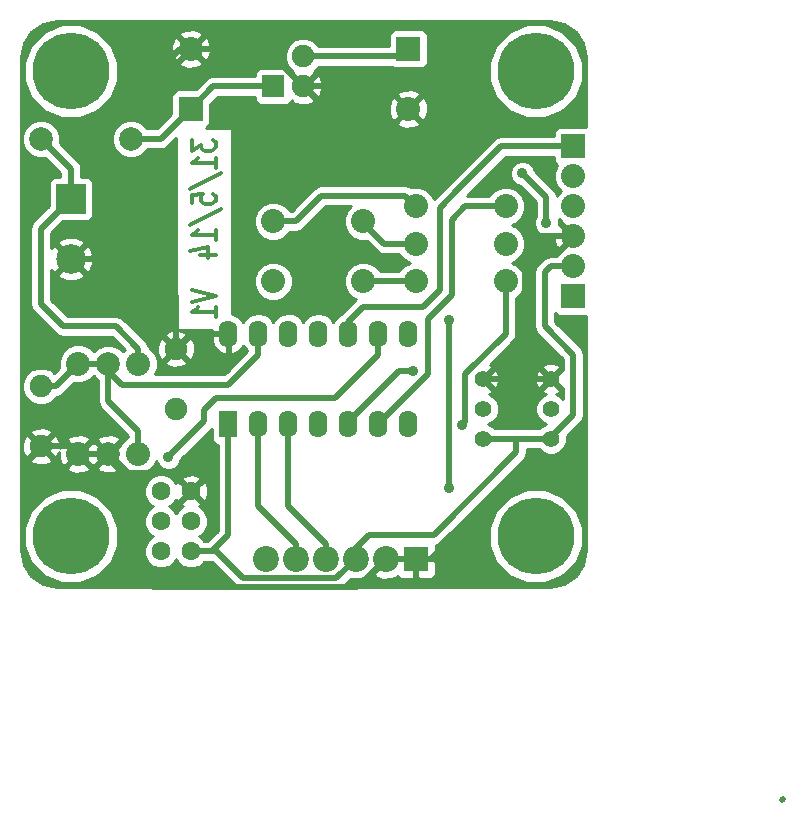
<source format=gbl>
G04 (created by PCBNEW (2013-07-07 BZR 4022)-stable) date 02/06/2014 16:55:50*
%MOIN*%
G04 Gerber Fmt 3.4, Leading zero omitted, Abs format*
%FSLAX34Y34*%
G01*
G70*
G90*
G04 APERTURE LIST*
%ADD10C,0.00590551*%
%ADD11C,0.012*%
%ADD12C,0.08*%
%ADD13R,0.075X0.075*%
%ADD14C,0.075*%
%ADD15C,0.2559*%
%ADD16C,0.0551181*%
%ADD17R,0.08X0.08*%
%ADD18C,0.0787*%
%ADD19C,0.063*%
%ADD20R,0.0984X0.0984*%
%ADD21C,0.0984*%
%ADD22R,0.0827X0.0827*%
%ADD23C,0.0866*%
%ADD24R,0.062X0.09*%
%ADD25O,0.062X0.09*%
%ADD26C,0.035*%
%ADD27C,0.02*%
%ADD28C,0.01*%
G04 APERTURE END LIST*
G54D10*
G54D11*
X11023Y6721D02*
X11023Y6350D01*
X11328Y6550D01*
X11328Y6464D01*
X11366Y6407D01*
X11404Y6378D01*
X11480Y6350D01*
X11671Y6350D01*
X11747Y6378D01*
X11785Y6407D01*
X11823Y6464D01*
X11823Y6635D01*
X11785Y6692D01*
X11747Y6721D01*
X11823Y5778D02*
X11823Y6121D01*
X11823Y5950D02*
X11023Y5950D01*
X11138Y6007D01*
X11214Y6064D01*
X11252Y6121D01*
X10985Y5092D02*
X12014Y5607D01*
X11023Y4607D02*
X11023Y4892D01*
X11404Y4921D01*
X11366Y4892D01*
X11328Y4835D01*
X11328Y4692D01*
X11366Y4635D01*
X11404Y4607D01*
X11480Y4578D01*
X11671Y4578D01*
X11747Y4607D01*
X11785Y4635D01*
X11823Y4692D01*
X11823Y4835D01*
X11785Y4892D01*
X11747Y4921D01*
X10985Y3892D02*
X12014Y4407D01*
X11823Y3378D02*
X11823Y3721D01*
X11823Y3550D02*
X11023Y3550D01*
X11138Y3607D01*
X11214Y3664D01*
X11252Y3721D01*
X11290Y2864D02*
X11823Y2864D01*
X10985Y3007D02*
X11557Y3150D01*
X11557Y2778D01*
X11023Y1721D02*
X11823Y1521D01*
X11023Y1321D01*
X11823Y807D02*
X11823Y1149D01*
X11823Y978D02*
X11023Y978D01*
X11138Y1035D01*
X11214Y1092D01*
X11252Y1149D01*
G54D12*
X13750Y2000D03*
X13750Y4000D03*
X16750Y2000D03*
X16750Y4000D03*
G54D13*
X13750Y8500D03*
G54D14*
X14750Y8500D03*
X14750Y9500D03*
X6000Y-1500D03*
X6000Y-3500D03*
G54D15*
X7000Y9000D03*
X22500Y-6500D03*
X22500Y9000D03*
X7000Y-6500D03*
G54D16*
X20750Y-1250D03*
X20750Y-3250D03*
X20750Y-2250D03*
X23000Y-1250D03*
X23000Y-3250D03*
X23000Y-2250D03*
G54D14*
X10500Y-250D03*
X10500Y-2250D03*
G54D17*
X18250Y9750D03*
G54D12*
X18250Y7750D03*
G54D18*
X8250Y-750D03*
X8250Y-3750D03*
G54D17*
X11000Y7750D03*
G54D12*
X11000Y9750D03*
G54D18*
X9000Y6750D03*
X6000Y6750D03*
G54D19*
X10000Y-7000D03*
X11000Y-7000D03*
X10000Y-6000D03*
X11000Y-6000D03*
X10000Y-5000D03*
X11000Y-5000D03*
G54D20*
X7000Y4750D03*
G54D21*
X7000Y2750D03*
G54D22*
X18500Y-7250D03*
G54D23*
X17500Y-7250D03*
X16500Y-7250D03*
X15500Y-7250D03*
X14500Y-7250D03*
X13500Y-7250D03*
G54D17*
X23750Y6500D03*
G54D12*
X23750Y5500D03*
X23750Y4500D03*
X9250Y-750D03*
X9250Y-3750D03*
X7250Y-750D03*
X7250Y-3750D03*
X18500Y3250D03*
X21500Y3250D03*
X18500Y2000D03*
X21500Y2000D03*
X18500Y4500D03*
X21500Y4500D03*
G54D24*
X12250Y-2750D03*
G54D25*
X13250Y-2750D03*
X14250Y-2750D03*
X15250Y-2750D03*
X16250Y-2750D03*
X17250Y-2750D03*
X18250Y-2750D03*
X18250Y250D03*
X17250Y250D03*
X16250Y250D03*
X15250Y250D03*
X14250Y250D03*
X13250Y250D03*
X12250Y250D03*
G54D17*
X23750Y1500D03*
G54D12*
X23750Y2500D03*
X23750Y3500D03*
G54D26*
X23850Y-3350D03*
X19600Y-4900D03*
X19600Y700D03*
X20050Y-2800D03*
X22850Y3950D03*
X22050Y5600D03*
X18400Y-1000D03*
X10250Y-3850D03*
G54D27*
X30700Y-15300D02*
X30750Y-15250D01*
X23000Y-3250D02*
X23000Y-3200D01*
X23000Y2500D02*
X23750Y2500D01*
X22800Y2300D02*
X23000Y2500D01*
X22800Y500D02*
X22800Y2300D01*
X23750Y-450D02*
X22800Y500D01*
X23750Y-2450D02*
X23750Y-450D01*
X23000Y-3200D02*
X23750Y-2450D01*
X11000Y-7000D02*
X11850Y-7000D01*
X15850Y-7900D02*
X16500Y-7250D01*
X12750Y-7900D02*
X15850Y-7900D01*
X11850Y-7000D02*
X12750Y-7900D01*
X11000Y-7000D02*
X11700Y-7000D01*
X12250Y-6450D02*
X12250Y-2750D01*
X11700Y-7000D02*
X12250Y-6450D01*
X16500Y-7250D02*
X16500Y-6900D01*
X16500Y-6900D02*
X16950Y-6450D01*
X16950Y-6450D02*
X19100Y-6450D01*
X19100Y-6450D02*
X21850Y-3700D01*
X21850Y-3700D02*
X21850Y-3250D01*
X20750Y-3250D02*
X21850Y-3250D01*
X21850Y-3250D02*
X23000Y-3250D01*
X14750Y9500D02*
X18000Y9500D01*
X18000Y9500D02*
X18250Y9750D01*
X18500Y-7250D02*
X19000Y-7250D01*
X23200Y-4000D02*
X23850Y-3350D01*
X22250Y-4000D02*
X23200Y-4000D01*
X19000Y-7250D02*
X22250Y-4000D01*
X23750Y3500D02*
X22700Y3500D01*
X22150Y2950D02*
X22150Y-1250D01*
X22700Y3500D02*
X22150Y2950D01*
X8250Y-3750D02*
X8250Y-3900D01*
X8750Y-4400D02*
X8750Y-4900D01*
X8250Y-3900D02*
X8750Y-4400D01*
X8250Y-3750D02*
X8250Y-3850D01*
X8250Y-3850D02*
X8800Y-4400D01*
X11000Y-5000D02*
X10400Y-4400D01*
X10400Y-4400D02*
X8800Y-4400D01*
X16550Y-8200D02*
X17500Y-7250D01*
X9750Y-8200D02*
X16550Y-8200D01*
X8750Y-7200D02*
X9750Y-8200D01*
X8750Y-4900D02*
X8750Y-7200D01*
X7000Y2750D02*
X7700Y2750D01*
X7700Y2750D02*
X8100Y3150D01*
X8100Y3150D02*
X8100Y7200D01*
X8100Y7200D02*
X10650Y9750D01*
X10650Y9750D02*
X11000Y9750D01*
X23000Y-1250D02*
X22150Y-1250D01*
X22150Y-1250D02*
X20750Y-1250D01*
X14750Y8500D02*
X17500Y8500D01*
X17500Y8500D02*
X18250Y7750D01*
X11000Y9750D02*
X13500Y9750D01*
X13500Y9750D02*
X14750Y8500D01*
X7250Y-3750D02*
X8250Y-3750D01*
X6000Y-3500D02*
X7000Y-3500D01*
X7000Y-3500D02*
X7250Y-3750D01*
X18500Y-7250D02*
X17500Y-7250D01*
X12250Y250D02*
X11000Y250D01*
X11000Y250D02*
X10500Y-250D01*
X7000Y2750D02*
X9250Y2750D01*
X9250Y2750D02*
X10500Y1500D01*
X10500Y1500D02*
X10500Y-250D01*
X19600Y-4050D02*
X19600Y-4900D01*
X19600Y700D02*
X19600Y-4050D01*
X19600Y-4050D02*
X19600Y-4400D01*
X20150Y-2700D02*
X20150Y-1600D01*
X20050Y-2800D02*
X20150Y-2700D01*
X21500Y250D02*
X21500Y2000D01*
X20150Y-1100D02*
X21500Y250D01*
X20150Y-1600D02*
X20150Y-1100D01*
X19950Y5100D02*
X20850Y6000D01*
X21350Y6500D02*
X23750Y6500D01*
X20850Y6000D02*
X21350Y6500D01*
X16250Y250D02*
X16250Y650D01*
X16250Y650D02*
X16750Y1150D01*
X16750Y1150D02*
X18750Y1150D01*
X19300Y4450D02*
X19950Y5100D01*
X19300Y1700D02*
X19300Y4450D01*
X18750Y1150D02*
X19300Y1700D01*
X22850Y4800D02*
X22850Y3950D01*
X22050Y5600D02*
X22850Y4800D01*
X7000Y4750D02*
X7000Y5750D01*
X7000Y5750D02*
X6000Y6750D01*
X9250Y-750D02*
X9250Y-250D01*
X6000Y3750D02*
X7000Y4750D01*
X6000Y1250D02*
X6000Y3750D01*
X6750Y500D02*
X6000Y1250D01*
X8500Y500D02*
X6750Y500D01*
X9250Y-250D02*
X8500Y500D01*
X13750Y8500D02*
X11750Y8500D01*
X11750Y8500D02*
X11000Y7750D01*
X9000Y6750D02*
X10000Y6750D01*
X10000Y6750D02*
X11000Y7750D01*
X16750Y2000D02*
X18500Y2000D01*
X13750Y4000D02*
X14500Y4000D01*
X18150Y4850D02*
X18500Y4500D01*
X15350Y4850D02*
X18150Y4850D01*
X14500Y4000D02*
X15350Y4850D01*
X17950Y-1000D02*
X18400Y-1000D01*
X16250Y-2750D02*
X16250Y-2700D01*
X16250Y-2700D02*
X17950Y-1000D01*
X21500Y4500D02*
X20150Y4500D01*
X18900Y-1100D02*
X17250Y-2750D01*
X18900Y750D02*
X18900Y-1100D01*
X19700Y1550D02*
X18900Y750D01*
X19700Y4050D02*
X19700Y1550D01*
X20150Y4500D02*
X19700Y4050D01*
X16750Y4000D02*
X16750Y3950D01*
X17450Y3250D02*
X18500Y3250D01*
X16750Y3950D02*
X17450Y3250D01*
X14250Y-2750D02*
X14250Y-5500D01*
X15500Y-6750D02*
X15500Y-7250D01*
X14250Y-5500D02*
X15500Y-6750D01*
X17250Y250D02*
X17250Y-450D01*
X11450Y-2650D02*
X10250Y-3850D01*
X11450Y-2300D02*
X11450Y-2650D01*
X11850Y-1900D02*
X11450Y-2300D01*
X15800Y-1900D02*
X11850Y-1900D01*
X17250Y-450D02*
X15800Y-1900D01*
X14500Y-7250D02*
X14500Y-6750D01*
X13250Y-5500D02*
X13250Y-2750D01*
X14500Y-6750D02*
X13250Y-5500D01*
X8250Y-750D02*
X8250Y-1000D01*
X13250Y-450D02*
X13250Y250D01*
X12250Y-1450D02*
X13250Y-450D01*
X8700Y-1450D02*
X12250Y-1450D01*
X8250Y-1000D02*
X8700Y-1450D01*
X7250Y-750D02*
X8250Y-750D01*
X6000Y-1500D02*
X6500Y-1500D01*
X6500Y-1500D02*
X7250Y-750D01*
X9250Y-3750D02*
X9250Y-3000D01*
X9250Y-3000D02*
X8250Y-2000D01*
X8250Y-2000D02*
X8250Y-750D01*
G54D10*
G36*
X23826Y3494D02*
X23755Y3423D01*
X23750Y3429D01*
X23362Y3041D01*
X23365Y3034D01*
X23199Y2868D01*
X23191Y2850D01*
X23000Y2850D01*
X22866Y2823D01*
X22752Y2747D01*
X22552Y2547D01*
X22476Y2433D01*
X22450Y2300D01*
X22450Y500D01*
X22476Y366D01*
X22552Y252D01*
X23400Y-594D01*
X23400Y-960D01*
X23368Y-952D01*
X23297Y-1023D01*
X23297Y-881D01*
X23273Y-788D01*
X23075Y-719D01*
X22867Y-730D01*
X22726Y-788D01*
X22702Y-881D01*
X23000Y-1179D01*
X23297Y-881D01*
X23297Y-1023D01*
X23070Y-1250D01*
X23368Y-1547D01*
X23400Y-1539D01*
X23400Y-1906D01*
X23298Y-1804D01*
X23172Y-1752D01*
X23273Y-1711D01*
X23297Y-1618D01*
X23000Y-1320D01*
X22929Y-1391D01*
X22929Y-1250D01*
X22631Y-952D01*
X22538Y-976D01*
X22469Y-1174D01*
X22480Y-1382D01*
X22538Y-1523D01*
X22631Y-1547D01*
X22929Y-1250D01*
X22929Y-1391D01*
X22702Y-1618D01*
X22726Y-1711D01*
X22835Y-1749D01*
X22702Y-1804D01*
X22554Y-1951D01*
X22474Y-2144D01*
X22474Y-2354D01*
X22554Y-2547D01*
X22701Y-2695D01*
X22833Y-2750D01*
X22702Y-2804D01*
X22606Y-2900D01*
X21850Y-2900D01*
X21280Y-2900D01*
X21280Y-1325D01*
X21269Y-1117D01*
X21211Y-976D01*
X21118Y-952D01*
X20820Y-1250D01*
X21118Y-1547D01*
X21211Y-1523D01*
X21280Y-1325D01*
X21280Y-2900D01*
X21143Y-2900D01*
X21048Y-2804D01*
X20916Y-2749D01*
X21047Y-2695D01*
X21195Y-2548D01*
X21275Y-2355D01*
X21275Y-2145D01*
X21195Y-1952D01*
X21048Y-1804D01*
X20922Y-1752D01*
X21023Y-1711D01*
X21047Y-1618D01*
X20750Y-1320D01*
X20744Y-1326D01*
X20673Y-1255D01*
X20679Y-1250D01*
X20673Y-1244D01*
X20744Y-1173D01*
X20750Y-1179D01*
X21047Y-881D01*
X21023Y-788D01*
X20973Y-771D01*
X21747Y2D01*
X21823Y116D01*
X21850Y250D01*
X21850Y1441D01*
X21867Y1448D01*
X22050Y1631D01*
X22149Y1870D01*
X22150Y2128D01*
X22051Y2367D01*
X21868Y2550D01*
X21689Y2625D01*
X21867Y2698D01*
X22050Y2881D01*
X22149Y3120D01*
X22150Y3378D01*
X22051Y3617D01*
X21868Y3800D01*
X21689Y3875D01*
X21867Y3948D01*
X22050Y4131D01*
X22149Y4370D01*
X22150Y4628D01*
X22051Y4867D01*
X21868Y5050D01*
X21629Y5149D01*
X21371Y5150D01*
X21132Y5051D01*
X20949Y4868D01*
X20941Y4850D01*
X20194Y4850D01*
X20197Y4852D01*
X21097Y5752D01*
X21494Y6150D01*
X23099Y6150D01*
X23099Y6050D01*
X23137Y5958D01*
X23208Y5888D01*
X23215Y5885D01*
X23199Y5868D01*
X23100Y5629D01*
X23099Y5371D01*
X23198Y5132D01*
X23330Y4999D01*
X23199Y4868D01*
X23190Y4847D01*
X23173Y4933D01*
X23097Y5047D01*
X23097Y5047D01*
X22475Y5669D01*
X22475Y5684D01*
X22410Y5840D01*
X22291Y5960D01*
X22134Y6024D01*
X21965Y6025D01*
X21809Y5960D01*
X21689Y5841D01*
X21625Y5684D01*
X21624Y5515D01*
X21689Y5359D01*
X21808Y5239D01*
X21965Y5175D01*
X21979Y5175D01*
X22500Y4655D01*
X22500Y4201D01*
X22489Y4191D01*
X22425Y4034D01*
X22424Y3865D01*
X22489Y3709D01*
X22608Y3589D01*
X22765Y3525D01*
X22934Y3524D01*
X23090Y3589D01*
X23096Y3595D01*
X23105Y3347D01*
X23185Y3152D01*
X23291Y3112D01*
X23679Y3500D01*
X23291Y3887D01*
X23274Y3881D01*
X23275Y4034D01*
X23259Y4070D01*
X23365Y3965D01*
X23362Y3958D01*
X23750Y3570D01*
X23755Y3576D01*
X23826Y3505D01*
X23820Y3500D01*
X23826Y3494D01*
X23826Y3494D01*
G37*
G54D28*
X23826Y3494D02*
X23755Y3423D01*
X23750Y3429D01*
X23362Y3041D01*
X23365Y3034D01*
X23199Y2868D01*
X23191Y2850D01*
X23000Y2850D01*
X22866Y2823D01*
X22752Y2747D01*
X22552Y2547D01*
X22476Y2433D01*
X22450Y2300D01*
X22450Y500D01*
X22476Y366D01*
X22552Y252D01*
X23400Y-594D01*
X23400Y-960D01*
X23368Y-952D01*
X23297Y-1023D01*
X23297Y-881D01*
X23273Y-788D01*
X23075Y-719D01*
X22867Y-730D01*
X22726Y-788D01*
X22702Y-881D01*
X23000Y-1179D01*
X23297Y-881D01*
X23297Y-1023D01*
X23070Y-1250D01*
X23368Y-1547D01*
X23400Y-1539D01*
X23400Y-1906D01*
X23298Y-1804D01*
X23172Y-1752D01*
X23273Y-1711D01*
X23297Y-1618D01*
X23000Y-1320D01*
X22929Y-1391D01*
X22929Y-1250D01*
X22631Y-952D01*
X22538Y-976D01*
X22469Y-1174D01*
X22480Y-1382D01*
X22538Y-1523D01*
X22631Y-1547D01*
X22929Y-1250D01*
X22929Y-1391D01*
X22702Y-1618D01*
X22726Y-1711D01*
X22835Y-1749D01*
X22702Y-1804D01*
X22554Y-1951D01*
X22474Y-2144D01*
X22474Y-2354D01*
X22554Y-2547D01*
X22701Y-2695D01*
X22833Y-2750D01*
X22702Y-2804D01*
X22606Y-2900D01*
X21850Y-2900D01*
X21280Y-2900D01*
X21280Y-1325D01*
X21269Y-1117D01*
X21211Y-976D01*
X21118Y-952D01*
X20820Y-1250D01*
X21118Y-1547D01*
X21211Y-1523D01*
X21280Y-1325D01*
X21280Y-2900D01*
X21143Y-2900D01*
X21048Y-2804D01*
X20916Y-2749D01*
X21047Y-2695D01*
X21195Y-2548D01*
X21275Y-2355D01*
X21275Y-2145D01*
X21195Y-1952D01*
X21048Y-1804D01*
X20922Y-1752D01*
X21023Y-1711D01*
X21047Y-1618D01*
X20750Y-1320D01*
X20744Y-1326D01*
X20673Y-1255D01*
X20679Y-1250D01*
X20673Y-1244D01*
X20744Y-1173D01*
X20750Y-1179D01*
X21047Y-881D01*
X21023Y-788D01*
X20973Y-771D01*
X21747Y2D01*
X21823Y116D01*
X21850Y250D01*
X21850Y1441D01*
X21867Y1448D01*
X22050Y1631D01*
X22149Y1870D01*
X22150Y2128D01*
X22051Y2367D01*
X21868Y2550D01*
X21689Y2625D01*
X21867Y2698D01*
X22050Y2881D01*
X22149Y3120D01*
X22150Y3378D01*
X22051Y3617D01*
X21868Y3800D01*
X21689Y3875D01*
X21867Y3948D01*
X22050Y4131D01*
X22149Y4370D01*
X22150Y4628D01*
X22051Y4867D01*
X21868Y5050D01*
X21629Y5149D01*
X21371Y5150D01*
X21132Y5051D01*
X20949Y4868D01*
X20941Y4850D01*
X20194Y4850D01*
X20197Y4852D01*
X21097Y5752D01*
X21494Y6150D01*
X23099Y6150D01*
X23099Y6050D01*
X23137Y5958D01*
X23208Y5888D01*
X23215Y5885D01*
X23199Y5868D01*
X23100Y5629D01*
X23099Y5371D01*
X23198Y5132D01*
X23330Y4999D01*
X23199Y4868D01*
X23190Y4847D01*
X23173Y4933D01*
X23097Y5047D01*
X23097Y5047D01*
X22475Y5669D01*
X22475Y5684D01*
X22410Y5840D01*
X22291Y5960D01*
X22134Y6024D01*
X21965Y6025D01*
X21809Y5960D01*
X21689Y5841D01*
X21625Y5684D01*
X21624Y5515D01*
X21689Y5359D01*
X21808Y5239D01*
X21965Y5175D01*
X21979Y5175D01*
X22500Y4655D01*
X22500Y4201D01*
X22489Y4191D01*
X22425Y4034D01*
X22424Y3865D01*
X22489Y3709D01*
X22608Y3589D01*
X22765Y3525D01*
X22934Y3524D01*
X23090Y3589D01*
X23096Y3595D01*
X23105Y3347D01*
X23185Y3152D01*
X23291Y3112D01*
X23679Y3500D01*
X23291Y3887D01*
X23274Y3881D01*
X23275Y4034D01*
X23259Y4070D01*
X23365Y3965D01*
X23362Y3958D01*
X23750Y3570D01*
X23755Y3576D01*
X23826Y3505D01*
X23820Y3500D01*
X23826Y3494D01*
G54D10*
G36*
X24175Y7149D02*
X24100Y7150D01*
X24065Y7150D01*
X24065Y9310D01*
X23827Y9885D01*
X23387Y10326D01*
X22812Y10565D01*
X22189Y10565D01*
X21614Y10327D01*
X21173Y9887D01*
X20934Y9312D01*
X20934Y8689D01*
X21172Y8114D01*
X21612Y7673D01*
X22187Y7434D01*
X22810Y7434D01*
X23385Y7672D01*
X23826Y8112D01*
X24065Y8687D01*
X24065Y9310D01*
X24065Y7150D01*
X23300Y7150D01*
X23208Y7112D01*
X23138Y7041D01*
X23100Y6949D01*
X23099Y6850D01*
X23099Y6850D01*
X21350Y6850D01*
X21216Y6823D01*
X21102Y6747D01*
X20602Y6247D01*
X19702Y5347D01*
X19101Y4746D01*
X19051Y4867D01*
X18904Y5015D01*
X18904Y7644D01*
X18900Y7760D01*
X18894Y7902D01*
X18814Y8097D01*
X18708Y8137D01*
X18637Y8066D01*
X18637Y8208D01*
X18597Y8314D01*
X18355Y8404D01*
X18097Y8394D01*
X17902Y8314D01*
X17862Y8208D01*
X18250Y7820D01*
X18637Y8208D01*
X18637Y8066D01*
X18320Y7750D01*
X18708Y7362D01*
X18814Y7402D01*
X18904Y7644D01*
X18904Y5015D01*
X18868Y5050D01*
X18637Y5146D01*
X18637Y7291D01*
X18250Y7679D01*
X18179Y7608D01*
X18179Y7750D01*
X17791Y8137D01*
X17685Y8097D01*
X17595Y7855D01*
X17605Y7597D01*
X17685Y7402D01*
X17791Y7362D01*
X18179Y7750D01*
X18179Y7608D01*
X17862Y7291D01*
X17902Y7185D01*
X18144Y7095D01*
X18402Y7105D01*
X18597Y7185D01*
X18637Y7291D01*
X18637Y5146D01*
X18629Y5149D01*
X18371Y5150D01*
X18338Y5136D01*
X18283Y5173D01*
X18150Y5200D01*
X15379Y5200D01*
X15379Y8400D01*
X15369Y8648D01*
X15293Y8832D01*
X15190Y8869D01*
X14820Y8500D01*
X15190Y8130D01*
X15293Y8167D01*
X15379Y8400D01*
X15379Y5200D01*
X15350Y5200D01*
X15216Y5173D01*
X15119Y5108D01*
X15102Y5097D01*
X14355Y4350D01*
X14308Y4350D01*
X14301Y4367D01*
X14118Y4550D01*
X13879Y4649D01*
X13621Y4650D01*
X13382Y4551D01*
X13199Y4368D01*
X13100Y4129D01*
X13099Y3871D01*
X13198Y3632D01*
X13381Y3449D01*
X13620Y3350D01*
X13878Y3349D01*
X14117Y3448D01*
X14300Y3631D01*
X14308Y3650D01*
X14500Y3650D01*
X14633Y3676D01*
X14633Y3676D01*
X14747Y3752D01*
X15494Y4500D01*
X16330Y4500D01*
X16199Y4368D01*
X16100Y4129D01*
X16099Y3871D01*
X16198Y3632D01*
X16381Y3449D01*
X16620Y3350D01*
X16855Y3349D01*
X17202Y3002D01*
X17202Y3002D01*
X17316Y2926D01*
X17449Y2900D01*
X17449Y2900D01*
X17450Y2900D01*
X17941Y2900D01*
X17948Y2882D01*
X18131Y2699D01*
X18310Y2624D01*
X18132Y2551D01*
X17949Y2368D01*
X17941Y2350D01*
X17308Y2350D01*
X17301Y2367D01*
X17118Y2550D01*
X16879Y2649D01*
X16621Y2650D01*
X16382Y2551D01*
X16199Y2368D01*
X16100Y2129D01*
X16099Y1871D01*
X16198Y1632D01*
X16381Y1449D01*
X16503Y1398D01*
X16502Y1397D01*
X16006Y901D01*
X15854Y799D01*
X15750Y644D01*
X15645Y799D01*
X15464Y921D01*
X15250Y963D01*
X15035Y921D01*
X14854Y799D01*
X14749Y644D01*
X14645Y799D01*
X14464Y921D01*
X14400Y933D01*
X14400Y2128D01*
X14301Y2367D01*
X14118Y2550D01*
X13879Y2649D01*
X13621Y2650D01*
X13382Y2551D01*
X13199Y2368D01*
X13100Y2129D01*
X13099Y1871D01*
X13198Y1632D01*
X13381Y1449D01*
X13620Y1350D01*
X13878Y1349D01*
X14117Y1448D01*
X14300Y1631D01*
X14399Y1870D01*
X14400Y2128D01*
X14400Y933D01*
X14250Y963D01*
X14035Y921D01*
X13854Y799D01*
X13749Y644D01*
X13645Y799D01*
X13464Y921D01*
X13250Y963D01*
X13035Y921D01*
X12854Y799D01*
X12750Y644D01*
X12748Y650D01*
X12610Y821D01*
X12418Y926D01*
X12386Y933D01*
X12370Y923D01*
X12370Y7117D01*
X11491Y7117D01*
X11541Y7137D01*
X11611Y7208D01*
X11649Y7300D01*
X11650Y7399D01*
X11650Y7905D01*
X11894Y8150D01*
X13124Y8150D01*
X13124Y8075D01*
X13162Y7983D01*
X13233Y7913D01*
X13325Y7875D01*
X13424Y7874D01*
X14174Y7874D01*
X14266Y7912D01*
X14336Y7983D01*
X14360Y8039D01*
X14380Y8059D01*
X14417Y7956D01*
X14650Y7870D01*
X14898Y7880D01*
X15082Y7956D01*
X15119Y8059D01*
X14750Y8429D01*
X14744Y8423D01*
X14673Y8494D01*
X14679Y8500D01*
X14673Y8505D01*
X14744Y8576D01*
X14750Y8570D01*
X15119Y8940D01*
X15107Y8973D01*
X15279Y9145D01*
X15281Y9150D01*
X17696Y9150D01*
X17708Y9138D01*
X17800Y9100D01*
X17899Y9099D01*
X18699Y9099D01*
X18791Y9137D01*
X18861Y9208D01*
X18899Y9300D01*
X18900Y9399D01*
X18900Y10199D01*
X18862Y10291D01*
X18791Y10361D01*
X18699Y10399D01*
X18600Y10400D01*
X17800Y10400D01*
X17708Y10362D01*
X17638Y10291D01*
X17600Y10199D01*
X17599Y10100D01*
X17599Y9850D01*
X15281Y9850D01*
X15280Y9853D01*
X15104Y10029D01*
X14874Y10124D01*
X14626Y10125D01*
X14396Y10030D01*
X14220Y9854D01*
X14125Y9624D01*
X14124Y9376D01*
X14219Y9146D01*
X14392Y8973D01*
X14380Y8940D01*
X14360Y8960D01*
X14337Y9016D01*
X14266Y9086D01*
X14174Y9124D01*
X14075Y9125D01*
X13325Y9125D01*
X13233Y9087D01*
X13163Y9016D01*
X13125Y8924D01*
X13124Y8850D01*
X11750Y8850D01*
X11749Y8850D01*
X11654Y8830D01*
X11654Y9644D01*
X11644Y9902D01*
X11564Y10097D01*
X11458Y10137D01*
X11387Y10066D01*
X11387Y10208D01*
X11347Y10314D01*
X11105Y10404D01*
X10847Y10394D01*
X10652Y10314D01*
X10612Y10208D01*
X11000Y9820D01*
X11387Y10208D01*
X11387Y10066D01*
X11070Y9750D01*
X11458Y9362D01*
X11564Y9402D01*
X11654Y9644D01*
X11654Y8830D01*
X11616Y8823D01*
X11502Y8747D01*
X11502Y8747D01*
X11502Y8747D01*
X11387Y8632D01*
X11387Y9291D01*
X11000Y9679D01*
X10929Y9608D01*
X10929Y9750D01*
X10541Y10137D01*
X10435Y10097D01*
X10345Y9855D01*
X10355Y9597D01*
X10435Y9402D01*
X10541Y9362D01*
X10929Y9750D01*
X10929Y9608D01*
X10612Y9291D01*
X10652Y9185D01*
X10894Y9095D01*
X11152Y9105D01*
X11347Y9185D01*
X11387Y9291D01*
X11387Y8632D01*
X11155Y8400D01*
X10550Y8400D01*
X10458Y8362D01*
X10388Y8291D01*
X10350Y8199D01*
X10349Y8100D01*
X10349Y7594D01*
X9855Y7100D01*
X9551Y7100D01*
X9545Y7114D01*
X9364Y7295D01*
X9128Y7393D01*
X8872Y7393D01*
X8635Y7295D01*
X8565Y7225D01*
X8565Y9310D01*
X8327Y9885D01*
X7887Y10326D01*
X7312Y10565D01*
X6689Y10565D01*
X6114Y10327D01*
X5673Y9887D01*
X5434Y9312D01*
X5434Y8689D01*
X5672Y8114D01*
X6112Y7673D01*
X6687Y7434D01*
X7310Y7434D01*
X7885Y7672D01*
X8326Y8112D01*
X8565Y8687D01*
X8565Y9310D01*
X8565Y7225D01*
X8454Y7114D01*
X8356Y6878D01*
X8356Y6622D01*
X8454Y6385D01*
X8635Y6204D01*
X8871Y6106D01*
X9127Y6106D01*
X9364Y6204D01*
X9545Y6385D01*
X9551Y6400D01*
X10000Y6400D01*
X10133Y6426D01*
X10133Y6426D01*
X10247Y6502D01*
X10510Y6765D01*
X10510Y382D01*
X11690Y382D01*
X11690Y300D01*
X12200Y300D01*
X12200Y307D01*
X12300Y307D01*
X12300Y300D01*
X12307Y300D01*
X12307Y200D01*
X12300Y200D01*
X12300Y-384D01*
X12386Y-433D01*
X12418Y-426D01*
X12610Y-321D01*
X12748Y-150D01*
X12750Y-144D01*
X12854Y-299D01*
X12884Y-320D01*
X12200Y-1005D01*
X12200Y-384D01*
X12200Y200D01*
X11690Y200D01*
X11690Y60D01*
X11751Y-150D01*
X11889Y-321D01*
X12081Y-426D01*
X12113Y-433D01*
X12200Y-384D01*
X12200Y-1005D01*
X12105Y-1100D01*
X11129Y-1100D01*
X11129Y-349D01*
X11119Y-101D01*
X11043Y82D01*
X10940Y119D01*
X10869Y48D01*
X10869Y190D01*
X10832Y293D01*
X10599Y379D01*
X10351Y369D01*
X10167Y293D01*
X10130Y190D01*
X10500Y-179D01*
X10869Y190D01*
X10869Y48D01*
X10570Y-250D01*
X10940Y-619D01*
X11043Y-582D01*
X11129Y-349D01*
X11129Y-1100D01*
X10869Y-1100D01*
X10869Y-690D01*
X10500Y-320D01*
X10429Y-391D01*
X10429Y-250D01*
X10059Y119D01*
X9956Y82D01*
X9870Y-150D01*
X9880Y-398D01*
X9956Y-582D01*
X10059Y-619D01*
X10429Y-250D01*
X10429Y-391D01*
X10130Y-690D01*
X10167Y-793D01*
X10400Y-879D01*
X10648Y-869D01*
X10832Y-793D01*
X10869Y-690D01*
X10869Y-1100D01*
X9808Y-1100D01*
X9899Y-879D01*
X9900Y-621D01*
X9801Y-382D01*
X9618Y-199D01*
X9587Y-186D01*
X9573Y-116D01*
X9497Y-2D01*
X9497Y-2D01*
X8747Y747D01*
X8633Y823D01*
X8500Y850D01*
X7745Y850D01*
X7745Y2622D01*
X7737Y2917D01*
X7640Y3153D01*
X7524Y3204D01*
X7454Y3133D01*
X7454Y3274D01*
X7403Y3390D01*
X7127Y3495D01*
X6832Y3487D01*
X6596Y3390D01*
X6545Y3274D01*
X7000Y2820D01*
X7454Y3274D01*
X7454Y3133D01*
X7070Y2750D01*
X7524Y2295D01*
X7640Y2346D01*
X7745Y2622D01*
X7745Y850D01*
X7454Y850D01*
X7454Y2225D01*
X7000Y2679D01*
X6545Y2225D01*
X6596Y2109D01*
X6872Y2004D01*
X7167Y2012D01*
X7403Y2109D01*
X7454Y2225D01*
X7454Y850D01*
X6894Y850D01*
X6350Y1394D01*
X6350Y2370D01*
X6359Y2346D01*
X6475Y2295D01*
X6929Y2750D01*
X6475Y3204D01*
X6359Y3153D01*
X6350Y3127D01*
X6350Y3605D01*
X6752Y4007D01*
X7541Y4007D01*
X7633Y4045D01*
X7703Y4116D01*
X7741Y4208D01*
X7742Y4307D01*
X7742Y5291D01*
X7704Y5383D01*
X7633Y5453D01*
X7541Y5491D01*
X7442Y5492D01*
X7350Y5492D01*
X7350Y5750D01*
X7323Y5883D01*
X7247Y5997D01*
X6637Y6607D01*
X6643Y6621D01*
X6643Y6877D01*
X6545Y7114D01*
X6364Y7295D01*
X6128Y7393D01*
X5872Y7393D01*
X5635Y7295D01*
X5454Y7114D01*
X5356Y6878D01*
X5356Y6622D01*
X5454Y6385D01*
X5635Y6204D01*
X5871Y6106D01*
X6127Y6106D01*
X6142Y6112D01*
X6650Y5605D01*
X6650Y5492D01*
X6458Y5492D01*
X6366Y5454D01*
X6296Y5383D01*
X6258Y5291D01*
X6257Y5192D01*
X6257Y4502D01*
X5752Y3997D01*
X5676Y3883D01*
X5650Y3750D01*
X5650Y1250D01*
X5676Y1116D01*
X5752Y1002D01*
X6502Y252D01*
X6502Y252D01*
X6616Y176D01*
X6749Y150D01*
X6749Y150D01*
X6750Y150D01*
X8355Y150D01*
X8792Y-287D01*
X8745Y-335D01*
X8614Y-204D01*
X8378Y-106D01*
X8122Y-106D01*
X7885Y-204D01*
X7754Y-335D01*
X7618Y-199D01*
X7379Y-100D01*
X7121Y-99D01*
X6882Y-198D01*
X6699Y-381D01*
X6600Y-620D01*
X6599Y-878D01*
X6607Y-897D01*
X6444Y-1060D01*
X6354Y-970D01*
X6124Y-875D01*
X5876Y-874D01*
X5646Y-969D01*
X5470Y-1145D01*
X5375Y-1375D01*
X5374Y-1623D01*
X5469Y-1853D01*
X5645Y-2029D01*
X5875Y-2124D01*
X6123Y-2125D01*
X6353Y-2030D01*
X6529Y-1854D01*
X6534Y-1843D01*
X6633Y-1823D01*
X6633Y-1823D01*
X6747Y-1747D01*
X7102Y-1392D01*
X7120Y-1399D01*
X7378Y-1400D01*
X7617Y-1301D01*
X7754Y-1164D01*
X7885Y-1295D01*
X7900Y-1301D01*
X7900Y-2000D01*
X7926Y-2133D01*
X8002Y-2247D01*
X8900Y-3144D01*
X8900Y-3191D01*
X8882Y-3198D01*
X8710Y-3369D01*
X8703Y-3367D01*
X8632Y-3437D01*
X8632Y-3296D01*
X8594Y-3191D01*
X8354Y-3102D01*
X8098Y-3111D01*
X7905Y-3191D01*
X7867Y-3296D01*
X8250Y-3679D01*
X8632Y-3296D01*
X8632Y-3437D01*
X8320Y-3750D01*
X8703Y-4132D01*
X8711Y-4130D01*
X8881Y-4300D01*
X9120Y-4399D01*
X9378Y-4400D01*
X9617Y-4301D01*
X9800Y-4118D01*
X9851Y-3997D01*
X9889Y-4090D01*
X10008Y-4210D01*
X10165Y-4274D01*
X10334Y-4275D01*
X10490Y-4210D01*
X10610Y-4091D01*
X10674Y-3934D01*
X10674Y-3920D01*
X11689Y-2905D01*
X11689Y-3249D01*
X11727Y-3341D01*
X11798Y-3411D01*
X11890Y-3449D01*
X11900Y-3449D01*
X11900Y-6305D01*
X11569Y-6635D01*
X11569Y-5085D01*
X11559Y-4860D01*
X11493Y-4703D01*
X11396Y-4673D01*
X11326Y-4744D01*
X11326Y-4603D01*
X11296Y-4506D01*
X11085Y-4430D01*
X10860Y-4440D01*
X10703Y-4506D01*
X10673Y-4603D01*
X11000Y-4929D01*
X11326Y-4603D01*
X11326Y-4744D01*
X11070Y-5000D01*
X11396Y-5326D01*
X11493Y-5296D01*
X11569Y-5085D01*
X11569Y-6635D01*
X11555Y-6650D01*
X11448Y-6650D01*
X11320Y-6521D01*
X11269Y-6500D01*
X11319Y-6479D01*
X11478Y-6320D01*
X11564Y-6112D01*
X11565Y-5888D01*
X11479Y-5680D01*
X11320Y-5521D01*
X11275Y-5502D01*
X11296Y-5493D01*
X11326Y-5396D01*
X11000Y-5070D01*
X10673Y-5396D01*
X10703Y-5493D01*
X10725Y-5501D01*
X10680Y-5520D01*
X10521Y-5679D01*
X10500Y-5730D01*
X10479Y-5680D01*
X10320Y-5521D01*
X10269Y-5500D01*
X10319Y-5479D01*
X10478Y-5320D01*
X10497Y-5275D01*
X10506Y-5296D01*
X10603Y-5326D01*
X10929Y-5000D01*
X10603Y-4673D01*
X10506Y-4703D01*
X10498Y-4725D01*
X10479Y-4680D01*
X10320Y-4521D01*
X10112Y-4435D01*
X9888Y-4434D01*
X9680Y-4520D01*
X9521Y-4679D01*
X9435Y-4887D01*
X9434Y-5111D01*
X9520Y-5319D01*
X9679Y-5478D01*
X9730Y-5499D01*
X9680Y-5520D01*
X9521Y-5679D01*
X9435Y-5887D01*
X9434Y-6111D01*
X9520Y-6319D01*
X9679Y-6478D01*
X9730Y-6499D01*
X9680Y-6520D01*
X9521Y-6679D01*
X9435Y-6887D01*
X9434Y-7111D01*
X9520Y-7319D01*
X9679Y-7478D01*
X9887Y-7564D01*
X10111Y-7565D01*
X10319Y-7479D01*
X10478Y-7320D01*
X10499Y-7269D01*
X10520Y-7319D01*
X10679Y-7478D01*
X10887Y-7564D01*
X11111Y-7565D01*
X11319Y-7479D01*
X11449Y-7350D01*
X11700Y-7350D01*
X11705Y-7350D01*
X12502Y-8147D01*
X12543Y-8175D01*
X8632Y-8175D01*
X8632Y-4203D01*
X8250Y-3820D01*
X8179Y-3891D01*
X8179Y-3750D01*
X7796Y-3367D01*
X7758Y-3381D01*
X7708Y-3362D01*
X7637Y-3433D01*
X7637Y-3291D01*
X7597Y-3185D01*
X7355Y-3095D01*
X7097Y-3105D01*
X6902Y-3185D01*
X6862Y-3291D01*
X7250Y-3679D01*
X7637Y-3291D01*
X7637Y-3433D01*
X7320Y-3750D01*
X7708Y-4137D01*
X7758Y-4118D01*
X7796Y-4132D01*
X8179Y-3750D01*
X8179Y-3891D01*
X7867Y-4203D01*
X7905Y-4308D01*
X8145Y-4397D01*
X8401Y-4388D01*
X8594Y-4308D01*
X8632Y-4203D01*
X8632Y-8175D01*
X8565Y-8175D01*
X8565Y-6189D01*
X8327Y-5614D01*
X7887Y-5173D01*
X7637Y-5069D01*
X7637Y-4208D01*
X7250Y-3820D01*
X7179Y-3891D01*
X7179Y-3750D01*
X6791Y-3362D01*
X6685Y-3402D01*
X6627Y-3558D01*
X6619Y-3351D01*
X6543Y-3167D01*
X6440Y-3130D01*
X6369Y-3201D01*
X6369Y-3059D01*
X6332Y-2956D01*
X6099Y-2870D01*
X5851Y-2880D01*
X5667Y-2956D01*
X5630Y-3059D01*
X6000Y-3429D01*
X6369Y-3059D01*
X6369Y-3201D01*
X6070Y-3500D01*
X6440Y-3869D01*
X6543Y-3832D01*
X6597Y-3686D01*
X6605Y-3902D01*
X6685Y-4097D01*
X6791Y-4137D01*
X7179Y-3750D01*
X7179Y-3891D01*
X6862Y-4208D01*
X6902Y-4314D01*
X7144Y-4404D01*
X7402Y-4394D01*
X7597Y-4314D01*
X7637Y-4208D01*
X7637Y-5069D01*
X7312Y-4934D01*
X6689Y-4934D01*
X6369Y-5066D01*
X6369Y-3940D01*
X6000Y-3570D01*
X5929Y-3641D01*
X5929Y-3500D01*
X5559Y-3130D01*
X5456Y-3167D01*
X5370Y-3400D01*
X5380Y-3648D01*
X5456Y-3832D01*
X5559Y-3869D01*
X5929Y-3500D01*
X5929Y-3641D01*
X5630Y-3940D01*
X5667Y-4043D01*
X5900Y-4129D01*
X6148Y-4119D01*
X6332Y-4043D01*
X6369Y-3940D01*
X6369Y-5066D01*
X6114Y-5172D01*
X5673Y-5612D01*
X5434Y-6187D01*
X5434Y-6810D01*
X5672Y-7385D01*
X6112Y-7826D01*
X6687Y-8065D01*
X7310Y-8065D01*
X7885Y-7827D01*
X8326Y-7387D01*
X8565Y-6812D01*
X8565Y-6189D01*
X8565Y-8175D01*
X6534Y-8175D01*
X6053Y-8079D01*
X5672Y-7825D01*
X5419Y-7446D01*
X5325Y-6968D01*
X5325Y9468D01*
X5419Y9946D01*
X5672Y10325D01*
X6053Y10579D01*
X6534Y10675D01*
X22968Y10675D01*
X23446Y10580D01*
X23825Y10327D01*
X24079Y9946D01*
X24175Y9465D01*
X24175Y7149D01*
X24175Y7149D01*
G37*
G54D28*
X24175Y7149D02*
X24100Y7150D01*
X24065Y7150D01*
X24065Y9310D01*
X23827Y9885D01*
X23387Y10326D01*
X22812Y10565D01*
X22189Y10565D01*
X21614Y10327D01*
X21173Y9887D01*
X20934Y9312D01*
X20934Y8689D01*
X21172Y8114D01*
X21612Y7673D01*
X22187Y7434D01*
X22810Y7434D01*
X23385Y7672D01*
X23826Y8112D01*
X24065Y8687D01*
X24065Y9310D01*
X24065Y7150D01*
X23300Y7150D01*
X23208Y7112D01*
X23138Y7041D01*
X23100Y6949D01*
X23099Y6850D01*
X23099Y6850D01*
X21350Y6850D01*
X21216Y6823D01*
X21102Y6747D01*
X20602Y6247D01*
X19702Y5347D01*
X19101Y4746D01*
X19051Y4867D01*
X18904Y5015D01*
X18904Y7644D01*
X18900Y7760D01*
X18894Y7902D01*
X18814Y8097D01*
X18708Y8137D01*
X18637Y8066D01*
X18637Y8208D01*
X18597Y8314D01*
X18355Y8404D01*
X18097Y8394D01*
X17902Y8314D01*
X17862Y8208D01*
X18250Y7820D01*
X18637Y8208D01*
X18637Y8066D01*
X18320Y7750D01*
X18708Y7362D01*
X18814Y7402D01*
X18904Y7644D01*
X18904Y5015D01*
X18868Y5050D01*
X18637Y5146D01*
X18637Y7291D01*
X18250Y7679D01*
X18179Y7608D01*
X18179Y7750D01*
X17791Y8137D01*
X17685Y8097D01*
X17595Y7855D01*
X17605Y7597D01*
X17685Y7402D01*
X17791Y7362D01*
X18179Y7750D01*
X18179Y7608D01*
X17862Y7291D01*
X17902Y7185D01*
X18144Y7095D01*
X18402Y7105D01*
X18597Y7185D01*
X18637Y7291D01*
X18637Y5146D01*
X18629Y5149D01*
X18371Y5150D01*
X18338Y5136D01*
X18283Y5173D01*
X18150Y5200D01*
X15379Y5200D01*
X15379Y8400D01*
X15369Y8648D01*
X15293Y8832D01*
X15190Y8869D01*
X14820Y8500D01*
X15190Y8130D01*
X15293Y8167D01*
X15379Y8400D01*
X15379Y5200D01*
X15350Y5200D01*
X15216Y5173D01*
X15119Y5108D01*
X15102Y5097D01*
X14355Y4350D01*
X14308Y4350D01*
X14301Y4367D01*
X14118Y4550D01*
X13879Y4649D01*
X13621Y4650D01*
X13382Y4551D01*
X13199Y4368D01*
X13100Y4129D01*
X13099Y3871D01*
X13198Y3632D01*
X13381Y3449D01*
X13620Y3350D01*
X13878Y3349D01*
X14117Y3448D01*
X14300Y3631D01*
X14308Y3650D01*
X14500Y3650D01*
X14633Y3676D01*
X14633Y3676D01*
X14747Y3752D01*
X15494Y4500D01*
X16330Y4500D01*
X16199Y4368D01*
X16100Y4129D01*
X16099Y3871D01*
X16198Y3632D01*
X16381Y3449D01*
X16620Y3350D01*
X16855Y3349D01*
X17202Y3002D01*
X17202Y3002D01*
X17316Y2926D01*
X17449Y2900D01*
X17449Y2900D01*
X17450Y2900D01*
X17941Y2900D01*
X17948Y2882D01*
X18131Y2699D01*
X18310Y2624D01*
X18132Y2551D01*
X17949Y2368D01*
X17941Y2350D01*
X17308Y2350D01*
X17301Y2367D01*
X17118Y2550D01*
X16879Y2649D01*
X16621Y2650D01*
X16382Y2551D01*
X16199Y2368D01*
X16100Y2129D01*
X16099Y1871D01*
X16198Y1632D01*
X16381Y1449D01*
X16503Y1398D01*
X16502Y1397D01*
X16006Y901D01*
X15854Y799D01*
X15750Y644D01*
X15645Y799D01*
X15464Y921D01*
X15250Y963D01*
X15035Y921D01*
X14854Y799D01*
X14749Y644D01*
X14645Y799D01*
X14464Y921D01*
X14400Y933D01*
X14400Y2128D01*
X14301Y2367D01*
X14118Y2550D01*
X13879Y2649D01*
X13621Y2650D01*
X13382Y2551D01*
X13199Y2368D01*
X13100Y2129D01*
X13099Y1871D01*
X13198Y1632D01*
X13381Y1449D01*
X13620Y1350D01*
X13878Y1349D01*
X14117Y1448D01*
X14300Y1631D01*
X14399Y1870D01*
X14400Y2128D01*
X14400Y933D01*
X14250Y963D01*
X14035Y921D01*
X13854Y799D01*
X13749Y644D01*
X13645Y799D01*
X13464Y921D01*
X13250Y963D01*
X13035Y921D01*
X12854Y799D01*
X12750Y644D01*
X12748Y650D01*
X12610Y821D01*
X12418Y926D01*
X12386Y933D01*
X12370Y923D01*
X12370Y7117D01*
X11491Y7117D01*
X11541Y7137D01*
X11611Y7208D01*
X11649Y7300D01*
X11650Y7399D01*
X11650Y7905D01*
X11894Y8150D01*
X13124Y8150D01*
X13124Y8075D01*
X13162Y7983D01*
X13233Y7913D01*
X13325Y7875D01*
X13424Y7874D01*
X14174Y7874D01*
X14266Y7912D01*
X14336Y7983D01*
X14360Y8039D01*
X14380Y8059D01*
X14417Y7956D01*
X14650Y7870D01*
X14898Y7880D01*
X15082Y7956D01*
X15119Y8059D01*
X14750Y8429D01*
X14744Y8423D01*
X14673Y8494D01*
X14679Y8500D01*
X14673Y8505D01*
X14744Y8576D01*
X14750Y8570D01*
X15119Y8940D01*
X15107Y8973D01*
X15279Y9145D01*
X15281Y9150D01*
X17696Y9150D01*
X17708Y9138D01*
X17800Y9100D01*
X17899Y9099D01*
X18699Y9099D01*
X18791Y9137D01*
X18861Y9208D01*
X18899Y9300D01*
X18900Y9399D01*
X18900Y10199D01*
X18862Y10291D01*
X18791Y10361D01*
X18699Y10399D01*
X18600Y10400D01*
X17800Y10400D01*
X17708Y10362D01*
X17638Y10291D01*
X17600Y10199D01*
X17599Y10100D01*
X17599Y9850D01*
X15281Y9850D01*
X15280Y9853D01*
X15104Y10029D01*
X14874Y10124D01*
X14626Y10125D01*
X14396Y10030D01*
X14220Y9854D01*
X14125Y9624D01*
X14124Y9376D01*
X14219Y9146D01*
X14392Y8973D01*
X14380Y8940D01*
X14360Y8960D01*
X14337Y9016D01*
X14266Y9086D01*
X14174Y9124D01*
X14075Y9125D01*
X13325Y9125D01*
X13233Y9087D01*
X13163Y9016D01*
X13125Y8924D01*
X13124Y8850D01*
X11750Y8850D01*
X11749Y8850D01*
X11654Y8830D01*
X11654Y9644D01*
X11644Y9902D01*
X11564Y10097D01*
X11458Y10137D01*
X11387Y10066D01*
X11387Y10208D01*
X11347Y10314D01*
X11105Y10404D01*
X10847Y10394D01*
X10652Y10314D01*
X10612Y10208D01*
X11000Y9820D01*
X11387Y10208D01*
X11387Y10066D01*
X11070Y9750D01*
X11458Y9362D01*
X11564Y9402D01*
X11654Y9644D01*
X11654Y8830D01*
X11616Y8823D01*
X11502Y8747D01*
X11502Y8747D01*
X11502Y8747D01*
X11387Y8632D01*
X11387Y9291D01*
X11000Y9679D01*
X10929Y9608D01*
X10929Y9750D01*
X10541Y10137D01*
X10435Y10097D01*
X10345Y9855D01*
X10355Y9597D01*
X10435Y9402D01*
X10541Y9362D01*
X10929Y9750D01*
X10929Y9608D01*
X10612Y9291D01*
X10652Y9185D01*
X10894Y9095D01*
X11152Y9105D01*
X11347Y9185D01*
X11387Y9291D01*
X11387Y8632D01*
X11155Y8400D01*
X10550Y8400D01*
X10458Y8362D01*
X10388Y8291D01*
X10350Y8199D01*
X10349Y8100D01*
X10349Y7594D01*
X9855Y7100D01*
X9551Y7100D01*
X9545Y7114D01*
X9364Y7295D01*
X9128Y7393D01*
X8872Y7393D01*
X8635Y7295D01*
X8565Y7225D01*
X8565Y9310D01*
X8327Y9885D01*
X7887Y10326D01*
X7312Y10565D01*
X6689Y10565D01*
X6114Y10327D01*
X5673Y9887D01*
X5434Y9312D01*
X5434Y8689D01*
X5672Y8114D01*
X6112Y7673D01*
X6687Y7434D01*
X7310Y7434D01*
X7885Y7672D01*
X8326Y8112D01*
X8565Y8687D01*
X8565Y9310D01*
X8565Y7225D01*
X8454Y7114D01*
X8356Y6878D01*
X8356Y6622D01*
X8454Y6385D01*
X8635Y6204D01*
X8871Y6106D01*
X9127Y6106D01*
X9364Y6204D01*
X9545Y6385D01*
X9551Y6400D01*
X10000Y6400D01*
X10133Y6426D01*
X10133Y6426D01*
X10247Y6502D01*
X10510Y6765D01*
X10510Y382D01*
X11690Y382D01*
X11690Y300D01*
X12200Y300D01*
X12200Y307D01*
X12300Y307D01*
X12300Y300D01*
X12307Y300D01*
X12307Y200D01*
X12300Y200D01*
X12300Y-384D01*
X12386Y-433D01*
X12418Y-426D01*
X12610Y-321D01*
X12748Y-150D01*
X12750Y-144D01*
X12854Y-299D01*
X12884Y-320D01*
X12200Y-1005D01*
X12200Y-384D01*
X12200Y200D01*
X11690Y200D01*
X11690Y60D01*
X11751Y-150D01*
X11889Y-321D01*
X12081Y-426D01*
X12113Y-433D01*
X12200Y-384D01*
X12200Y-1005D01*
X12105Y-1100D01*
X11129Y-1100D01*
X11129Y-349D01*
X11119Y-101D01*
X11043Y82D01*
X10940Y119D01*
X10869Y48D01*
X10869Y190D01*
X10832Y293D01*
X10599Y379D01*
X10351Y369D01*
X10167Y293D01*
X10130Y190D01*
X10500Y-179D01*
X10869Y190D01*
X10869Y48D01*
X10570Y-250D01*
X10940Y-619D01*
X11043Y-582D01*
X11129Y-349D01*
X11129Y-1100D01*
X10869Y-1100D01*
X10869Y-690D01*
X10500Y-320D01*
X10429Y-391D01*
X10429Y-250D01*
X10059Y119D01*
X9956Y82D01*
X9870Y-150D01*
X9880Y-398D01*
X9956Y-582D01*
X10059Y-619D01*
X10429Y-250D01*
X10429Y-391D01*
X10130Y-690D01*
X10167Y-793D01*
X10400Y-879D01*
X10648Y-869D01*
X10832Y-793D01*
X10869Y-690D01*
X10869Y-1100D01*
X9808Y-1100D01*
X9899Y-879D01*
X9900Y-621D01*
X9801Y-382D01*
X9618Y-199D01*
X9587Y-186D01*
X9573Y-116D01*
X9497Y-2D01*
X9497Y-2D01*
X8747Y747D01*
X8633Y823D01*
X8500Y850D01*
X7745Y850D01*
X7745Y2622D01*
X7737Y2917D01*
X7640Y3153D01*
X7524Y3204D01*
X7454Y3133D01*
X7454Y3274D01*
X7403Y3390D01*
X7127Y3495D01*
X6832Y3487D01*
X6596Y3390D01*
X6545Y3274D01*
X7000Y2820D01*
X7454Y3274D01*
X7454Y3133D01*
X7070Y2750D01*
X7524Y2295D01*
X7640Y2346D01*
X7745Y2622D01*
X7745Y850D01*
X7454Y850D01*
X7454Y2225D01*
X7000Y2679D01*
X6545Y2225D01*
X6596Y2109D01*
X6872Y2004D01*
X7167Y2012D01*
X7403Y2109D01*
X7454Y2225D01*
X7454Y850D01*
X6894Y850D01*
X6350Y1394D01*
X6350Y2370D01*
X6359Y2346D01*
X6475Y2295D01*
X6929Y2750D01*
X6475Y3204D01*
X6359Y3153D01*
X6350Y3127D01*
X6350Y3605D01*
X6752Y4007D01*
X7541Y4007D01*
X7633Y4045D01*
X7703Y4116D01*
X7741Y4208D01*
X7742Y4307D01*
X7742Y5291D01*
X7704Y5383D01*
X7633Y5453D01*
X7541Y5491D01*
X7442Y5492D01*
X7350Y5492D01*
X7350Y5750D01*
X7323Y5883D01*
X7247Y5997D01*
X6637Y6607D01*
X6643Y6621D01*
X6643Y6877D01*
X6545Y7114D01*
X6364Y7295D01*
X6128Y7393D01*
X5872Y7393D01*
X5635Y7295D01*
X5454Y7114D01*
X5356Y6878D01*
X5356Y6622D01*
X5454Y6385D01*
X5635Y6204D01*
X5871Y6106D01*
X6127Y6106D01*
X6142Y6112D01*
X6650Y5605D01*
X6650Y5492D01*
X6458Y5492D01*
X6366Y5454D01*
X6296Y5383D01*
X6258Y5291D01*
X6257Y5192D01*
X6257Y4502D01*
X5752Y3997D01*
X5676Y3883D01*
X5650Y3750D01*
X5650Y1250D01*
X5676Y1116D01*
X5752Y1002D01*
X6502Y252D01*
X6502Y252D01*
X6616Y176D01*
X6749Y150D01*
X6749Y150D01*
X6750Y150D01*
X8355Y150D01*
X8792Y-287D01*
X8745Y-335D01*
X8614Y-204D01*
X8378Y-106D01*
X8122Y-106D01*
X7885Y-204D01*
X7754Y-335D01*
X7618Y-199D01*
X7379Y-100D01*
X7121Y-99D01*
X6882Y-198D01*
X6699Y-381D01*
X6600Y-620D01*
X6599Y-878D01*
X6607Y-897D01*
X6444Y-1060D01*
X6354Y-970D01*
X6124Y-875D01*
X5876Y-874D01*
X5646Y-969D01*
X5470Y-1145D01*
X5375Y-1375D01*
X5374Y-1623D01*
X5469Y-1853D01*
X5645Y-2029D01*
X5875Y-2124D01*
X6123Y-2125D01*
X6353Y-2030D01*
X6529Y-1854D01*
X6534Y-1843D01*
X6633Y-1823D01*
X6633Y-1823D01*
X6747Y-1747D01*
X7102Y-1392D01*
X7120Y-1399D01*
X7378Y-1400D01*
X7617Y-1301D01*
X7754Y-1164D01*
X7885Y-1295D01*
X7900Y-1301D01*
X7900Y-2000D01*
X7926Y-2133D01*
X8002Y-2247D01*
X8900Y-3144D01*
X8900Y-3191D01*
X8882Y-3198D01*
X8710Y-3369D01*
X8703Y-3367D01*
X8632Y-3437D01*
X8632Y-3296D01*
X8594Y-3191D01*
X8354Y-3102D01*
X8098Y-3111D01*
X7905Y-3191D01*
X7867Y-3296D01*
X8250Y-3679D01*
X8632Y-3296D01*
X8632Y-3437D01*
X8320Y-3750D01*
X8703Y-4132D01*
X8711Y-4130D01*
X8881Y-4300D01*
X9120Y-4399D01*
X9378Y-4400D01*
X9617Y-4301D01*
X9800Y-4118D01*
X9851Y-3997D01*
X9889Y-4090D01*
X10008Y-4210D01*
X10165Y-4274D01*
X10334Y-4275D01*
X10490Y-4210D01*
X10610Y-4091D01*
X10674Y-3934D01*
X10674Y-3920D01*
X11689Y-2905D01*
X11689Y-3249D01*
X11727Y-3341D01*
X11798Y-3411D01*
X11890Y-3449D01*
X11900Y-3449D01*
X11900Y-6305D01*
X11569Y-6635D01*
X11569Y-5085D01*
X11559Y-4860D01*
X11493Y-4703D01*
X11396Y-4673D01*
X11326Y-4744D01*
X11326Y-4603D01*
X11296Y-4506D01*
X11085Y-4430D01*
X10860Y-4440D01*
X10703Y-4506D01*
X10673Y-4603D01*
X11000Y-4929D01*
X11326Y-4603D01*
X11326Y-4744D01*
X11070Y-5000D01*
X11396Y-5326D01*
X11493Y-5296D01*
X11569Y-5085D01*
X11569Y-6635D01*
X11555Y-6650D01*
X11448Y-6650D01*
X11320Y-6521D01*
X11269Y-6500D01*
X11319Y-6479D01*
X11478Y-6320D01*
X11564Y-6112D01*
X11565Y-5888D01*
X11479Y-5680D01*
X11320Y-5521D01*
X11275Y-5502D01*
X11296Y-5493D01*
X11326Y-5396D01*
X11000Y-5070D01*
X10673Y-5396D01*
X10703Y-5493D01*
X10725Y-5501D01*
X10680Y-5520D01*
X10521Y-5679D01*
X10500Y-5730D01*
X10479Y-5680D01*
X10320Y-5521D01*
X10269Y-5500D01*
X10319Y-5479D01*
X10478Y-5320D01*
X10497Y-5275D01*
X10506Y-5296D01*
X10603Y-5326D01*
X10929Y-5000D01*
X10603Y-4673D01*
X10506Y-4703D01*
X10498Y-4725D01*
X10479Y-4680D01*
X10320Y-4521D01*
X10112Y-4435D01*
X9888Y-4434D01*
X9680Y-4520D01*
X9521Y-4679D01*
X9435Y-4887D01*
X9434Y-5111D01*
X9520Y-5319D01*
X9679Y-5478D01*
X9730Y-5499D01*
X9680Y-5520D01*
X9521Y-5679D01*
X9435Y-5887D01*
X9434Y-6111D01*
X9520Y-6319D01*
X9679Y-6478D01*
X9730Y-6499D01*
X9680Y-6520D01*
X9521Y-6679D01*
X9435Y-6887D01*
X9434Y-7111D01*
X9520Y-7319D01*
X9679Y-7478D01*
X9887Y-7564D01*
X10111Y-7565D01*
X10319Y-7479D01*
X10478Y-7320D01*
X10499Y-7269D01*
X10520Y-7319D01*
X10679Y-7478D01*
X10887Y-7564D01*
X11111Y-7565D01*
X11319Y-7479D01*
X11449Y-7350D01*
X11700Y-7350D01*
X11705Y-7350D01*
X12502Y-8147D01*
X12543Y-8175D01*
X8632Y-8175D01*
X8632Y-4203D01*
X8250Y-3820D01*
X8179Y-3891D01*
X8179Y-3750D01*
X7796Y-3367D01*
X7758Y-3381D01*
X7708Y-3362D01*
X7637Y-3433D01*
X7637Y-3291D01*
X7597Y-3185D01*
X7355Y-3095D01*
X7097Y-3105D01*
X6902Y-3185D01*
X6862Y-3291D01*
X7250Y-3679D01*
X7637Y-3291D01*
X7637Y-3433D01*
X7320Y-3750D01*
X7708Y-4137D01*
X7758Y-4118D01*
X7796Y-4132D01*
X8179Y-3750D01*
X8179Y-3891D01*
X7867Y-4203D01*
X7905Y-4308D01*
X8145Y-4397D01*
X8401Y-4388D01*
X8594Y-4308D01*
X8632Y-4203D01*
X8632Y-8175D01*
X8565Y-8175D01*
X8565Y-6189D01*
X8327Y-5614D01*
X7887Y-5173D01*
X7637Y-5069D01*
X7637Y-4208D01*
X7250Y-3820D01*
X7179Y-3891D01*
X7179Y-3750D01*
X6791Y-3362D01*
X6685Y-3402D01*
X6627Y-3558D01*
X6619Y-3351D01*
X6543Y-3167D01*
X6440Y-3130D01*
X6369Y-3201D01*
X6369Y-3059D01*
X6332Y-2956D01*
X6099Y-2870D01*
X5851Y-2880D01*
X5667Y-2956D01*
X5630Y-3059D01*
X6000Y-3429D01*
X6369Y-3059D01*
X6369Y-3201D01*
X6070Y-3500D01*
X6440Y-3869D01*
X6543Y-3832D01*
X6597Y-3686D01*
X6605Y-3902D01*
X6685Y-4097D01*
X6791Y-4137D01*
X7179Y-3750D01*
X7179Y-3891D01*
X6862Y-4208D01*
X6902Y-4314D01*
X7144Y-4404D01*
X7402Y-4394D01*
X7597Y-4314D01*
X7637Y-4208D01*
X7637Y-5069D01*
X7312Y-4934D01*
X6689Y-4934D01*
X6369Y-5066D01*
X6369Y-3940D01*
X6000Y-3570D01*
X5929Y-3641D01*
X5929Y-3500D01*
X5559Y-3130D01*
X5456Y-3167D01*
X5370Y-3400D01*
X5380Y-3648D01*
X5456Y-3832D01*
X5559Y-3869D01*
X5929Y-3500D01*
X5929Y-3641D01*
X5630Y-3940D01*
X5667Y-4043D01*
X5900Y-4129D01*
X6148Y-4119D01*
X6332Y-4043D01*
X6369Y-3940D01*
X6369Y-5066D01*
X6114Y-5172D01*
X5673Y-5612D01*
X5434Y-6187D01*
X5434Y-6810D01*
X5672Y-7385D01*
X6112Y-7826D01*
X6687Y-8065D01*
X7310Y-8065D01*
X7885Y-7827D01*
X8326Y-7387D01*
X8565Y-6812D01*
X8565Y-6189D01*
X8565Y-8175D01*
X6534Y-8175D01*
X6053Y-8079D01*
X5672Y-7825D01*
X5419Y-7446D01*
X5325Y-6968D01*
X5325Y9468D01*
X5419Y9946D01*
X5672Y10325D01*
X6053Y10579D01*
X6534Y10675D01*
X22968Y10675D01*
X23446Y10580D01*
X23825Y10327D01*
X24079Y9946D01*
X24175Y9465D01*
X24175Y7149D01*
G54D10*
G36*
X24175Y-6965D02*
X24079Y-7446D01*
X24065Y-7467D01*
X24065Y-6189D01*
X23827Y-5614D01*
X23387Y-5173D01*
X22812Y-4934D01*
X22189Y-4934D01*
X21614Y-5172D01*
X21173Y-5612D01*
X20934Y-6187D01*
X20934Y-6810D01*
X21172Y-7385D01*
X21612Y-7826D01*
X22187Y-8065D01*
X22810Y-8065D01*
X23385Y-7827D01*
X23826Y-7387D01*
X24065Y-6812D01*
X24065Y-6189D01*
X24065Y-7467D01*
X23825Y-7827D01*
X23446Y-8080D01*
X22968Y-8175D01*
X19163Y-8175D01*
X19163Y-7613D01*
X19163Y-7362D01*
X19101Y-7300D01*
X18550Y-7300D01*
X18550Y-7851D01*
X18612Y-7913D01*
X18963Y-7913D01*
X19054Y-7875D01*
X19125Y-7805D01*
X19163Y-7713D01*
X19163Y-7613D01*
X19163Y-8175D01*
X16056Y-8175D01*
X16097Y-8147D01*
X16327Y-7917D01*
X16363Y-7932D01*
X16635Y-7933D01*
X16886Y-7829D01*
X17078Y-7637D01*
X17104Y-7574D01*
X17429Y-7250D01*
X17423Y-7244D01*
X17494Y-7173D01*
X17500Y-7179D01*
X17505Y-7173D01*
X17576Y-7244D01*
X17570Y-7250D01*
X17576Y-7255D01*
X17505Y-7326D01*
X17500Y-7320D01*
X17088Y-7732D01*
X17132Y-7841D01*
X17386Y-7937D01*
X17658Y-7928D01*
X17867Y-7841D01*
X17880Y-7810D01*
X17945Y-7875D01*
X18036Y-7913D01*
X18387Y-7913D01*
X18450Y-7851D01*
X18450Y-7300D01*
X18442Y-7300D01*
X18442Y-7200D01*
X18450Y-7200D01*
X18450Y-7192D01*
X18550Y-7192D01*
X18550Y-7200D01*
X19101Y-7200D01*
X19163Y-7137D01*
X19163Y-6886D01*
X19163Y-6787D01*
X19233Y-6773D01*
X19233Y-6773D01*
X19347Y-6697D01*
X22097Y-3947D01*
X22097Y-3947D01*
X22097Y-3947D01*
X22173Y-3833D01*
X22200Y-3700D01*
X22199Y-3700D01*
X22200Y-3700D01*
X22200Y-3600D01*
X22606Y-3600D01*
X22701Y-3695D01*
X22894Y-3775D01*
X23104Y-3775D01*
X23297Y-3695D01*
X23445Y-3548D01*
X23525Y-3355D01*
X23525Y-3169D01*
X23997Y-2697D01*
X23997Y-2697D01*
X23997Y-2697D01*
X24073Y-2583D01*
X24100Y-2450D01*
X24099Y-2450D01*
X24100Y-2450D01*
X24100Y-450D01*
X24073Y-316D01*
X23997Y-202D01*
X23150Y644D01*
X23150Y946D01*
X23208Y888D01*
X23300Y850D01*
X23399Y849D01*
X24175Y849D01*
X24175Y-6965D01*
X24175Y-6965D01*
G37*
G54D28*
X24175Y-6965D02*
X24079Y-7446D01*
X24065Y-7467D01*
X24065Y-6189D01*
X23827Y-5614D01*
X23387Y-5173D01*
X22812Y-4934D01*
X22189Y-4934D01*
X21614Y-5172D01*
X21173Y-5612D01*
X20934Y-6187D01*
X20934Y-6810D01*
X21172Y-7385D01*
X21612Y-7826D01*
X22187Y-8065D01*
X22810Y-8065D01*
X23385Y-7827D01*
X23826Y-7387D01*
X24065Y-6812D01*
X24065Y-6189D01*
X24065Y-7467D01*
X23825Y-7827D01*
X23446Y-8080D01*
X22968Y-8175D01*
X19163Y-8175D01*
X19163Y-7613D01*
X19163Y-7362D01*
X19101Y-7300D01*
X18550Y-7300D01*
X18550Y-7851D01*
X18612Y-7913D01*
X18963Y-7913D01*
X19054Y-7875D01*
X19125Y-7805D01*
X19163Y-7713D01*
X19163Y-7613D01*
X19163Y-8175D01*
X16056Y-8175D01*
X16097Y-8147D01*
X16327Y-7917D01*
X16363Y-7932D01*
X16635Y-7933D01*
X16886Y-7829D01*
X17078Y-7637D01*
X17104Y-7574D01*
X17429Y-7250D01*
X17423Y-7244D01*
X17494Y-7173D01*
X17500Y-7179D01*
X17505Y-7173D01*
X17576Y-7244D01*
X17570Y-7250D01*
X17576Y-7255D01*
X17505Y-7326D01*
X17500Y-7320D01*
X17088Y-7732D01*
X17132Y-7841D01*
X17386Y-7937D01*
X17658Y-7928D01*
X17867Y-7841D01*
X17880Y-7810D01*
X17945Y-7875D01*
X18036Y-7913D01*
X18387Y-7913D01*
X18450Y-7851D01*
X18450Y-7300D01*
X18442Y-7300D01*
X18442Y-7200D01*
X18450Y-7200D01*
X18450Y-7192D01*
X18550Y-7192D01*
X18550Y-7200D01*
X19101Y-7200D01*
X19163Y-7137D01*
X19163Y-6886D01*
X19163Y-6787D01*
X19233Y-6773D01*
X19233Y-6773D01*
X19347Y-6697D01*
X22097Y-3947D01*
X22097Y-3947D01*
X22097Y-3947D01*
X22173Y-3833D01*
X22200Y-3700D01*
X22199Y-3700D01*
X22200Y-3700D01*
X22200Y-3600D01*
X22606Y-3600D01*
X22701Y-3695D01*
X22894Y-3775D01*
X23104Y-3775D01*
X23297Y-3695D01*
X23445Y-3548D01*
X23525Y-3355D01*
X23525Y-3169D01*
X23997Y-2697D01*
X23997Y-2697D01*
X23997Y-2697D01*
X24073Y-2583D01*
X24100Y-2450D01*
X24099Y-2450D01*
X24100Y-2450D01*
X24100Y-450D01*
X24073Y-316D01*
X23997Y-202D01*
X23150Y644D01*
X23150Y946D01*
X23208Y888D01*
X23300Y850D01*
X23399Y849D01*
X24175Y849D01*
X24175Y-6965D01*
M02*

</source>
